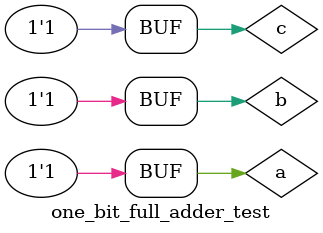
<source format=v>
`timescale 1ns / 1ps
module one_bit_full_adder_test();

    reg a,b,c;
    wire sum,carry;
    
    one_bit_full_adder uut(.i_1(a), .i_2(b), .cin(c), .s(sum), .cout(carry) );
    
    initial begin
    
        a=0; b=0; c=0; #50;
        a=0; b=0; c=1; #50;
        a=0; b=1; c=0; #50;
        a=0; b=1; c=1; #50;
        a=1; b=0; c=0; #50;
        a=1; b=0; c=1; #50;
        a=1; b=1; c=0; #50;
        a=1; b=1; c=1; #50;
    
    end
endmodule

</source>
